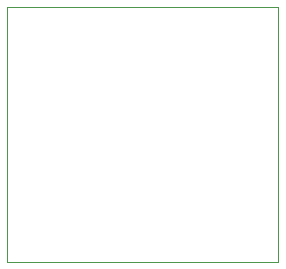
<source format=gbr>
G04 #@! TF.GenerationSoftware,KiCad,Pcbnew,(5.99.0-10517-g2e3860de6f)*
G04 #@! TF.CreationDate,2021-05-06T15:04:50+02:00*
G04 #@! TF.ProjectId,ina169_breakout,696e6131-3639-45f6-9272-65616b6f7574,V1.2*
G04 #@! TF.SameCoordinates,Original*
G04 #@! TF.FileFunction,Profile,NP*
%FSLAX46Y46*%
G04 Gerber Fmt 4.6, Leading zero omitted, Abs format (unit mm)*
G04 Created by KiCad (PCBNEW (5.99.0-10517-g2e3860de6f)) date 2021-05-06 15:04:50*
%MOMM*%
%LPD*%
G01*
G04 APERTURE LIST*
G04 #@! TA.AperFunction,Profile*
%ADD10C,0.100000*%
G04 #@! TD*
G04 APERTURE END LIST*
D10*
X159510000Y-91790000D02*
X159510000Y-113390000D01*
X159510000Y-113390000D02*
X136570000Y-113390000D01*
X136570000Y-91790000D02*
X159510000Y-91790000D01*
X136570000Y-113390000D02*
X136570000Y-91790000D01*
M02*

</source>
